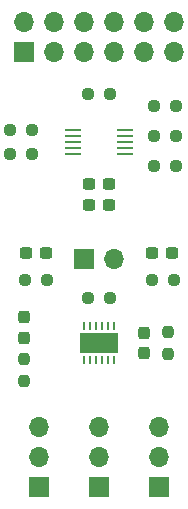
<source format=gts>
G04 #@! TF.GenerationSoftware,KiCad,Pcbnew,6.0.9-8da3e8f707~116~ubuntu20.04.1*
G04 #@! TF.CreationDate,2023-03-04T01:14:13+01:00*
G04 #@! TF.ProjectId,dac_adc_pmod,6461635f-6164-4635-9f70-6d6f642e6b69,rev?*
G04 #@! TF.SameCoordinates,Original*
G04 #@! TF.FileFunction,Soldermask,Top*
G04 #@! TF.FilePolarity,Negative*
%FSLAX46Y46*%
G04 Gerber Fmt 4.6, Leading zero omitted, Abs format (unit mm)*
G04 Created by KiCad (PCBNEW 6.0.9-8da3e8f707~116~ubuntu20.04.1) date 2023-03-04 01:14:13*
%MOMM*%
%LPD*%
G01*
G04 APERTURE LIST*
G04 Aperture macros list*
%AMRoundRect*
0 Rectangle with rounded corners*
0 $1 Rounding radius*
0 $2 $3 $4 $5 $6 $7 $8 $9 X,Y pos of 4 corners*
0 Add a 4 corners polygon primitive as box body*
4,1,4,$2,$3,$4,$5,$6,$7,$8,$9,$2,$3,0*
0 Add four circle primitives for the rounded corners*
1,1,$1+$1,$2,$3*
1,1,$1+$1,$4,$5*
1,1,$1+$1,$6,$7*
1,1,$1+$1,$8,$9*
0 Add four rect primitives between the rounded corners*
20,1,$1+$1,$2,$3,$4,$5,0*
20,1,$1+$1,$4,$5,$6,$7,0*
20,1,$1+$1,$6,$7,$8,$9,0*
20,1,$1+$1,$8,$9,$2,$3,0*%
G04 Aperture macros list end*
%ADD10RoundRect,0.237500X0.237500X-0.250000X0.237500X0.250000X-0.237500X0.250000X-0.237500X-0.250000X0*%
%ADD11RoundRect,0.237500X-0.237500X0.287500X-0.237500X-0.287500X0.237500X-0.287500X0.237500X0.287500X0*%
%ADD12R,0.250000X0.700000*%
%ADD13R,3.300000X1.700000*%
%ADD14R,1.397000X0.279400*%
%ADD15RoundRect,0.237500X-0.250000X-0.237500X0.250000X-0.237500X0.250000X0.237500X-0.250000X0.237500X0*%
%ADD16RoundRect,0.237500X0.250000X0.237500X-0.250000X0.237500X-0.250000X-0.237500X0.250000X-0.237500X0*%
%ADD17R,1.700000X1.700000*%
%ADD18O,1.700000X1.700000*%
%ADD19RoundRect,0.237500X0.300000X0.237500X-0.300000X0.237500X-0.300000X-0.237500X0.300000X-0.237500X0*%
%ADD20RoundRect,0.237500X-0.300000X-0.237500X0.300000X-0.237500X0.300000X0.237500X-0.300000X0.237500X0*%
%ADD21RoundRect,0.237500X-0.237500X0.300000X-0.237500X-0.300000X0.237500X-0.300000X0.237500X0.300000X0*%
%ADD22RoundRect,0.237500X-0.237500X0.250000X-0.237500X-0.250000X0.237500X-0.250000X0.237500X0.250000X0*%
G04 APERTURE END LIST*
D10*
X78740000Y-73556500D03*
X78740000Y-71731500D03*
D11*
X78740000Y-68213000D03*
X78740000Y-69963000D03*
D12*
X83840000Y-71805800D03*
X84340000Y-71805800D03*
X84840000Y-71805800D03*
X85340000Y-71805800D03*
X85840000Y-71805800D03*
X86340000Y-71805800D03*
X86340000Y-68910200D03*
X85840000Y-68910200D03*
X85340000Y-68910200D03*
X84840000Y-68910200D03*
X84340000Y-68910200D03*
X83840000Y-68910200D03*
D13*
X85090000Y-70358000D03*
D14*
X82905600Y-52339240D03*
X82905600Y-52839619D03*
X82905600Y-53340000D03*
X82905600Y-53840381D03*
X82905600Y-54340760D03*
X87274400Y-54340760D03*
X87274400Y-53840381D03*
X87274400Y-53340000D03*
X87274400Y-52839619D03*
X87274400Y-52339240D03*
D15*
X89765500Y-50292000D03*
X91590500Y-50292000D03*
D16*
X79398500Y-52324000D03*
X77573500Y-52324000D03*
D15*
X89615000Y-65024000D03*
X91440000Y-65024000D03*
D17*
X90170000Y-82535000D03*
D18*
X90170000Y-79995000D03*
X90170000Y-77455000D03*
D19*
X85952500Y-56896000D03*
X84227500Y-56896000D03*
X85952500Y-58674000D03*
X84227500Y-58674000D03*
D16*
X91590500Y-55372000D03*
X89765500Y-55372000D03*
X80668500Y-65024000D03*
X78843500Y-65024000D03*
D20*
X89561500Y-62738000D03*
X91286500Y-62738000D03*
D16*
X77573500Y-54356000D03*
X79398500Y-54356000D03*
D17*
X80010000Y-82550000D03*
D18*
X80010000Y-80010000D03*
X80010000Y-77470000D03*
D19*
X80618500Y-62738000D03*
X78893500Y-62738000D03*
D15*
X84177500Y-49276000D03*
X86002500Y-49276000D03*
D16*
X86002500Y-66548000D03*
X84177500Y-66548000D03*
D17*
X78740000Y-45720000D03*
D18*
X78740000Y-43180000D03*
X81280000Y-45720000D03*
X81280000Y-43180000D03*
X83820000Y-45720000D03*
X83820000Y-43180000D03*
X86360000Y-45720000D03*
X86360000Y-43180000D03*
X88900000Y-45720000D03*
X88900000Y-43180000D03*
X91440000Y-45720000D03*
X91440000Y-43180000D03*
D17*
X85090000Y-82535000D03*
D18*
X85090000Y-79995000D03*
X85090000Y-77455000D03*
D15*
X89765500Y-52832000D03*
X91590500Y-52832000D03*
D17*
X83820000Y-63246000D03*
D18*
X86360000Y-63246000D03*
D21*
X88900000Y-69495500D03*
X88900000Y-71220500D03*
D22*
X90932000Y-69445500D03*
X90932000Y-71270500D03*
M02*

</source>
